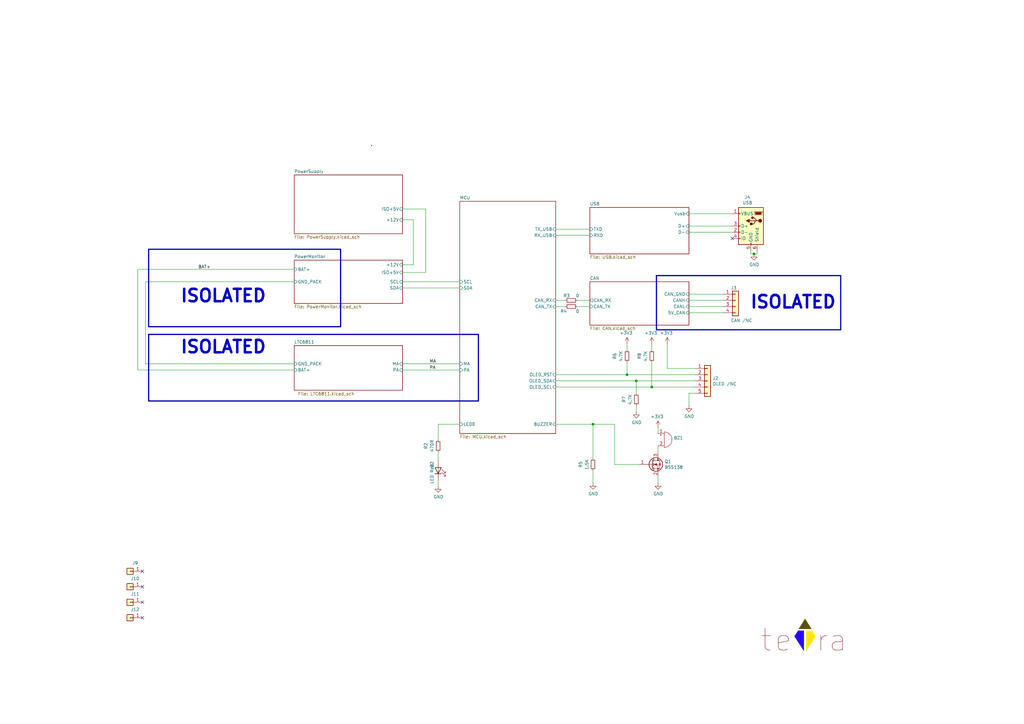
<source format=kicad_sch>
(kicad_sch (version 20231120) (generator "eeschema") (generator_version "8.0")
  (paper "A3")
  (title_block (title "BMS-Master") (date "2023-10-19") (rev "V0.1") (company "teTra"))
  (lib_symbols
    (symbol "Connector:USB_B_Micro" (pin_names (offset 1.016))
      (property "Reference" "J" (at -5.08 11.43 0))
      (property "Value" "USB_B_Micro" (at -5.08 8.89 0))
      (symbol "USB_B_Micro_0_1"
        (rectangle (start -5.08 -7.62) (end 5.08 7.62) (stroke (width 0.254)) (fill (type background)))
        (circle (center -3.81 2.159) (radius 0.635) (stroke (width 0.254)) (fill (type outline)))
        (circle (center -0.635 3.429) (radius 0.381) (stroke (width 0.254)) (fill (type outline)))
        (rectangle (start -0.127 -7.62) (end 0.127 -6.858))
        (polyline (pts (xy -1.905 2.159) (xy 0.635 2.159)) (stroke (width 0.254)))
        (polyline (pts (xy -3.175 2.159) (xy -2.54 2.159) (xy -1.27 3.429) (xy -0.635 3.429)) (stroke (width 0.254)))
        (polyline (pts (xy -2.54 2.159) (xy -1.905 2.159) (xy -1.27 0.889) (xy 0 0.889)) (stroke (width 0.254)))
        (polyline (pts (xy 0.635 2.794) (xy 0.635 1.524) (xy 1.905 2.159) (xy 0.635 2.794)) (stroke (width 0.254)) (fill (type outline)))
        (polyline (pts (xy -4.318 5.588) (xy -1.778 5.588) (xy -2.032 4.826) (xy -4.064 4.826) (xy -4.318 5.588)) (fill (type outline)))
        (polyline (pts (xy -4.699 5.842) (xy -4.699 5.588) (xy -4.445 4.826) (xy -4.445 4.572) (xy -1.651 4.572) (xy -1.651 4.826) (xy -1.397 5.588) (xy -1.397 5.842) (xy -4.699 5.842)))
        (rectangle (start 0.254 1.27) (end -0.508 0.508) (stroke (width 0.254)) (fill (type outline)))
        (rectangle (start 5.08 -5.207) (end 4.318 -4.953))
        (rectangle (start 5.08 -2.667) (end 4.318 -2.413))
        (rectangle (start 5.08 -0.127) (end 4.318 0.127))
        (rectangle (start 5.08 4.953) (end 4.318 5.207))
      )
      (symbol "USB_B_Micro_1_1"
        (pin power_out line (at 7.62 5.08 180) (length 2.54) (name "VBUS") (number "1"))
        (pin bidirectional line (at 7.62 -2.54 180) (length 2.54) (name "D-") (number "2"))
        (pin bidirectional line (at 7.62 0 180) (length 2.54) (name "D+") (number "3"))
        (pin passive line (at 7.62 -5.08 180) (length 2.54) (name "ID") (number "4"))
        (pin power_out line (at 0 -10.16 90) (length 2.54) (name "GND") (number "5"))
        (pin passive line (at -2.54 -10.16 90) (length 2.54) (name "Shield") (number "6"))
      )
    )
    (symbol "Connector_Generic:Conn_01x01" (pin_names (offset 1.016) hide)
      (property "Reference" "J" (at 0 2.54 0))
      (property "Value" "Conn_01x01" (at 0 -2.54 0))
      (symbol "Conn_01x01_1_1"
        (rectangle (start -1.27 0.127) (end 0 -0.127) (stroke (width 0.1524)))
        (rectangle (start -1.27 1.27) (end 1.27 -1.27) (stroke (width 0.254)) (fill (type background)))
        (pin passive line (at -5.08 0 0) (length 3.81) (name "Pin_1") (number "1"))
      )
    )
    (symbol "Connector_Generic:Conn_01x04" (pin_names (offset 1.016) hide)
      (property "Reference" "J" (at 0 5.08 0))
      (property "Value" "Conn_01x04" (at 0 -7.62 0))
      (symbol "Conn_01x04_1_1"
        (rectangle (start -1.27 -4.953) (end 0 -5.207) (stroke (width 0.1524)))
        (rectangle (start -1.27 -2.413) (end 0 -2.667) (stroke (width 0.1524)))
        (rectangle (start -1.27 0.127) (end 0 -0.127) (stroke (width 0.1524)))
        (rectangle (start -1.27 2.667) (end 0 2.413) (stroke (width 0.1524)))
        (rectangle (start -1.27 3.81) (end 1.27 -6.35) (stroke (width 0.254)) (fill (type background)))
        (pin passive line (at -5.08 2.54 0) (length 3.81) (name "Pin_1") (number "1"))
        (pin passive line (at -5.08 0 0) (length 3.81) (name "Pin_2") (number "2"))
        (pin passive line (at -5.08 -2.54 0) (length 3.81) (name "Pin_3") (number "3"))
        (pin passive line (at -5.08 -5.08 0) (length 3.81) (name "Pin_4") (number "4"))
      )
    )
    (symbol "Connector_Generic:Conn_01x05" (pin_names (offset 1.016) hide)
      (property "Reference" "J" (at 0 7.62 0))
      (property "Value" "Conn_01x05" (at 0 -7.62 0))
      (symbol "Conn_01x05_1_1"
        (rectangle (start -1.27 -4.953) (end 0 -5.207) (stroke (width 0.1524)))
        (rectangle (start -1.27 -2.413) (end 0 -2.667) (stroke (width 0.1524)))
        (rectangle (start -1.27 0.127) (end 0 -0.127) (stroke (width 0.1524)))
        (rectangle (start -1.27 2.667) (end 0 2.413) (stroke (width 0.1524)))
        (rectangle (start -1.27 5.207) (end 0 4.953) (stroke (width 0.1524)))
        (rectangle (start -1.27 6.35) (end 1.27 -6.35) (stroke (width 0.254)) (fill (type background)))
        (pin passive line (at -5.08 5.08 0) (length 3.81) (name "Pin_1") (number "1"))
        (pin passive line (at -5.08 2.54 0) (length 3.81) (name "Pin_2") (number "2"))
        (pin passive line (at -5.08 0 0) (length 3.81) (name "Pin_3") (number "3"))
        (pin passive line (at -5.08 -2.54 0) (length 3.81) (name "Pin_4") (number "4"))
        (pin passive line (at -5.08 -5.08 0) (length 3.81) (name "Pin_5") (number "5"))
      )
    )
    (symbol "Device:Buzzer" (pin_names (offset 0.0254) hide)
      (property "Reference" "BZ" (at 3.81 1.27 0))
      (property "Value" "Buzzer" (at 3.81 -1.27 0))
      (symbol "Buzzer_0_1"
        (arc (start 0 -3.175) (mid 3.1612 0) (end 0 3.175))
        (polyline (pts (xy -1.651 1.905) (xy -1.143 1.905)))
        (polyline (pts (xy -1.397 2.159) (xy -1.397 1.651)))
        (polyline (pts (xy 0 3.175) (xy 0 -3.175)))
      )
      (symbol "Buzzer_1_1"
        (pin passive line (at -2.54 2.54 0) (length 2.54) (name "-") (number "1"))
        (pin passive line (at -2.54 -2.54 0) (length 2.54) (name "+") (number "2"))
      )
    )
    (symbol "Device:LED" (pin_numbers hide) (pin_names (offset 1.016) hide)
      (property "Reference" "D" (at -0.762 -2.54 0))
      (property "Value" "LED" (at -0.762 4.318 0))
      (symbol "LED_0_1"
        (polyline (pts (xy 1.27 0) (xy -1.27 0)))
        (polyline (pts (xy 1.27 1.27) (xy 1.27 -1.27)) (stroke (width 0.254)))
        (polyline (pts (xy -1.27 1.27) (xy -1.27 -1.27) (xy 1.27 0) (xy -1.27 1.27)) (stroke (width 0.254)))
        (polyline (pts (xy -0.508 1.524) (xy 1.016 3.048) (xy 0.254 3.048) (xy 1.016 3.048) (xy 1.016 2.286)))
        (polyline (pts (xy 0.762 1.524) (xy 2.286 3.048) (xy 1.524 3.048) (xy 2.286 3.048) (xy 2.286 2.286)))
      )
      (symbol "LED_1_1"
        (pin passive line (at 3.81 0 180) (length 2.54) (name "K") (number "1"))
        (pin passive line (at -3.81 0 0) (length 2.54) (name "A") (number "2"))
      )
    )
    (symbol "Device:R_Small" (pin_numbers hide) (pin_names (offset 0.254) hide)
      (property "Reference" "R" (at 0.762 0.508 0))
      (property "Value" "R_Small" (at 0.762 -1.016 0))
      (symbol "R_Small_0_1"
        (rectangle (start -0.762 1.778) (end 0.762 -1.778) (stroke (width 0.2032)))
      )
      (symbol "R_Small_1_1"
        (pin passive line (at 0 2.54 270) (length 0.762) (name "~") (number "1"))
        (pin passive line (at 0 -2.54 90) (length 0.762) (name "~") (number "2"))
      )
    )
    (symbol "Fiber_Optic:logo" (pin_numbers hide) (pin_names (offset 0) hide)
      (symbol "logo_1_1"
        (polyline (pts (xy 0 7.112) (xy -2.54 3.048) (xy 2.54 3.048) (xy 0 7.112)) (stroke (width 0) (color 88 80 0 1)) (fill (type color) (color 88 80 0 1)))
        (polyline (pts (xy -0.508 2.286) (xy -2.794 2.286) (xy -4.318 0) (xy -0.508 -5.842) (xy -0.508 2.286)) (stroke (width 0) (color 38 9 255 1)) (fill (type color) (color 38 9 255 1)))
        (polyline (pts (xy 0.508 2.286) (xy 2.794 2.286) (xy 4.318 0) (xy 0.508 -5.842) (xy 0.508 2.286)) (stroke (width 0) (color 255 228 16 1)) (fill (type color) (color 255 228 16 1)))
        (text "a" (at 13.462 -1.524 0) (effects (font (size 8.89 8.89))))
        (text "e" (at -8.89 -1.524 0) (effects (font (size 8.89 8.89))))
        (text "r" (at 7.112 -1.524 0) (effects (font (size 8.89 8.89))))
        (text "t" (at -16.002 -1.524 0) (effects (font (size 8.89 8.89))))
      )
    )
    (symbol "Transistor_FET:BSS138" (pin_names hide)
      (property "Reference" "Q" (at 5.08 1.905 0))
      (property "Value" "BSS138" (at 5.08 0 0))
      (symbol "BSS138_0_1"
        (polyline (pts (xy 0.254 0) (xy -2.54 0)))
        (polyline (pts (xy 0.254 1.905) (xy 0.254 -1.905)) (stroke (width 0.254)))
        (polyline (pts (xy 0.762 -1.27) (xy 0.762 -2.286)) (stroke (width 0.254)))
        (polyline (pts (xy 0.762 0.508) (xy 0.762 -0.508)) (stroke (width 0.254)))
        (polyline (pts (xy 0.762 2.286) (xy 0.762 1.27)) (stroke (width 0.254)))
        (polyline (pts (xy 2.54 2.54) (xy 2.54 1.778)))
        (polyline (pts (xy 2.54 -2.54) (xy 2.54 0) (xy 0.762 0)))
        (polyline (pts (xy 0.762 -1.778) (xy 3.302 -1.778) (xy 3.302 1.778) (xy 0.762 1.778)))
        (polyline (pts (xy 1.016 0) (xy 2.032 0.381) (xy 2.032 -0.381) (xy 1.016 0)) (fill (type outline)))
        (polyline (pts (xy 2.794 0.508) (xy 2.921 0.381) (xy 3.683 0.381) (xy 3.81 0.254)))
        (polyline (pts (xy 3.302 0.381) (xy 2.921 -0.254) (xy 3.683 -0.254) (xy 3.302 0.381)))
        (circle (center 1.651 0) (radius 2.794) (stroke (width 0.254)))
        (circle (center 2.54 -1.778) (radius 0.254) (fill (type outline)))
        (circle (center 2.54 1.778) (radius 0.254) (fill (type outline)))
      )
      (symbol "BSS138_1_1"
        (pin input line (at -5.08 0 0) (length 2.54) (name "G") (number "1"))
        (pin passive line (at 2.54 -5.08 90) (length 2.54) (name "S") (number "2"))
        (pin passive line (at 2.54 5.08 270) (length 2.54) (name "D") (number "3"))
      )
    )
    (symbol "power:+3V3" (power) (pin_names (offset 0))
      (property "Value" "+3V3" (at 0 3.556 0))
      (symbol "+3V3_0_1"
        (polyline (pts (xy -0.762 1.27) (xy 0 2.54)))
        (polyline (pts (xy 0 0) (xy 0 2.54)))
        (polyline (pts (xy 0 2.54) (xy 0.762 1.27)))
      )
      (symbol "+3V3_1_1"
        (pin power_in line (at 0 0 90) (length 0) hide (name "+3V3") (number "1"))
      )
    )
    (symbol "power:GND" (power) (pin_names (offset 0))
      (property "Value" "GND" (at 0 -3.81 0))
      (symbol "GND_0_1"
        (polyline (pts (xy 0 0) (xy 0 -1.27) (xy 1.27 -1.27) (xy 0 -2.54) (xy -1.27 -1.27) (xy 0 -1.27)))
      )
      (symbol "GND_1_1"
        (pin power_in line (at 0 0 270) (length 0) hide (name "GND") (number "1"))
      )
    )
  )
  (junction (at 260.985 156.21))
  (junction (at 243.205 173.99))
  (junction (at 267.335 158.75))
  (junction (at 257.175 153.67))
  (junction (at 309.245 104.14))
  (no_connect (at 58.42 240.665))
  (no_connect (at 58.42 247.015))
  (no_connect (at 58.42 234.315))
  (no_connect (at 300.355 97.79))
  (no_connect (at 58.42 253.365))
  (wire (pts (xy 165.1 115.57) (xy 188.595 115.57)))
  (wire (pts (xy 269.875 195.58) (xy 269.875 198.12)))
  (wire (pts (xy 273.685 140.97) (xy 273.685 151.13)))
  (wire (pts (xy 243.205 193.04) (xy 243.205 198.12)))
  (wire (pts (xy 260.985 156.21) (xy 260.985 161.29)))
  (wire (pts (xy 257.175 148.59) (xy 257.175 153.67)))
  (wire (pts (xy 174.625 111.76) (xy 165.1 111.76)))
  (wire (pts (xy 165.1 118.11) (xy 188.595 118.11)))
  (wire (pts (xy 285.115 161.29) (xy 282.575 161.29)))
  (wire (pts (xy 165.1 85.725) (xy 174.625 85.725)))
  (wire (pts (xy 267.335 148.59) (xy 267.335 158.75)))
  (wire (pts (xy 120.65 151.765) (xy 56.515 151.765)))
  (wire (pts (xy 260.985 166.37) (xy 260.985 168.91)))
  (wire (pts (xy 267.335 140.97) (xy 267.335 143.51)))
  (wire (pts (xy 227.965 96.52) (xy 241.935 96.52)))
  (wire (pts (xy 227.965 158.75) (xy 267.335 158.75)))
  (wire (pts (xy 227.965 125.73) (xy 231.775 125.73)))
  (wire (pts (xy 169.545 108.585) (xy 165.1 108.585)))
  (wire (pts (xy 179.705 173.99) (xy 179.705 180.34)))
  (wire (pts (xy 243.205 173.99) (xy 243.205 187.96)))
  (wire (pts (xy 165.1 90.17) (xy 169.545 90.17)))
  (wire (pts (xy 252.095 190.5) (xy 252.095 173.99)))
  (wire (pts (xy 59.69 115.57) (xy 59.69 149.225)))
  (wire (pts (xy 296.545 125.73) (xy 282.575 125.73)))
  (wire (pts (xy 282.575 161.29) (xy 282.575 166.37)))
  (wire (pts (xy 227.965 93.98) (xy 241.935 93.98)))
  (wire (pts (xy 309.245 104.14) (xy 307.975 104.14)))
  (wire (pts (xy 120.65 115.57) (xy 59.69 115.57)))
  (wire (pts (xy 309.245 104.14) (xy 310.515 104.14)))
  (wire (pts (xy 227.965 173.99) (xy 243.205 173.99)))
  (wire (pts (xy 260.985 156.21) (xy 285.115 156.21)))
  (wire (pts (xy 269.875 182.88) (xy 269.875 185.42)))
  (wire (pts (xy 56.515 110.49) (xy 120.65 110.49)))
  (wire (pts (xy 282.575 123.19) (xy 296.545 123.19)))
  (wire (pts (xy 174.625 85.725) (xy 174.625 111.76)))
  (wire (pts (xy 165.1 151.765) (xy 188.595 151.765)))
  (wire (pts (xy 282.575 92.71) (xy 300.355 92.71)))
  (wire (pts (xy 227.965 123.19) (xy 231.775 123.19)))
  (wire (pts (xy 310.515 104.14) (xy 310.515 102.87)))
  (wire (pts (xy 282.575 87.63) (xy 300.355 87.63)))
  (wire (pts (xy 282.575 95.25) (xy 300.355 95.25)))
  (wire (pts (xy 269.875 175.26) (xy 269.875 177.8)))
  (wire (pts (xy 59.69 149.225) (xy 120.65 149.225)))
  (wire (pts (xy 179.705 196.85) (xy 179.705 199.39)))
  (wire (pts (xy 273.685 151.13) (xy 285.115 151.13)))
  (wire (pts (xy 236.855 125.73) (xy 241.935 125.73)))
  (wire (pts (xy 179.705 185.42) (xy 179.705 189.23)))
  (wire (pts (xy 307.975 104.14) (xy 307.975 102.87)))
  (wire (pts (xy 296.545 120.65) (xy 282.575 120.65)))
  (wire (pts (xy 227.965 156.21) (xy 260.985 156.21)))
  (wire (pts (xy 252.095 173.99) (xy 243.205 173.99)))
  (wire (pts (xy 257.175 140.97) (xy 257.175 143.51)))
  (wire (pts (xy 165.1 149.225) (xy 188.595 149.225)))
  (wire (pts (xy 227.965 153.67) (xy 257.175 153.67)))
  (wire (pts (xy 56.515 151.765) (xy 56.515 110.49)))
  (wire (pts (xy 257.175 153.67) (xy 285.115 153.67)))
  (wire (pts (xy 267.335 158.75) (xy 285.115 158.75)))
  (wire (pts (xy 169.545 90.17) (xy 169.545 108.585)))
  (wire (pts (xy 179.705 173.99) (xy 188.595 173.99)))
  (wire (pts (xy 252.095 190.5) (xy 262.255 190.5)))
  (wire (pts (xy 282.575 128.27) (xy 296.545 128.27)))
  (wire (pts (xy 236.855 123.19) (xy 241.935 123.19)))
  (rectangle (start 60.96 102.235) (end 139.7 133.985) (stroke (width 0.5)))
  (rectangle (start 152.4 59.69) (end 152.4 59.69))
  (rectangle (start 152.4 59.69) (end 152.4 59.69))
  (rectangle (start 152.4 59.69) (end 152.4 59.69))
  (rectangle (start 152.4 59.69) (end 152.4 59.69))
  (rectangle (start 152.4 59.69) (end 152.4 59.69))
  (rectangle (start 152.4 59.69) (end 152.4 59.69))
  (rectangle (start 152.4 59.69) (end 152.4 59.69))
  (rectangle (start 152.4 59.69) (end 152.4 59.69))
  (rectangle (start 152.4 59.69) (end 152.4 59.69))
  (rectangle (start 152.4 59.69) (end 152.4 59.69))
  (rectangle (start 152.4 59.69) (end 152.4 59.69))
  (rectangle (start 269.24 113.03) (end 344.805 135.255) (stroke (width 0.5)))
  (rectangle (start 152.4 59.69) (end 152.4 59.69))
  (rectangle (start 152.4 59.69) (end 152.4 59.69))
  (rectangle (start 152.4 59.69) (end 152.4 59.69))
  (rectangle (start 60.96 137.16) (end 196.215 164.465) (stroke (width 0.5)))
  (rectangle (start 152.4 59.69) (end 152.4 59.69))
  (rectangle (start 152.4 59.69) (end 152.4 59.69))
  (text "ISOLATED" (at 73.66 124.46 0) (effects (font (size 5.08 5.08) (thickness 1.016) (bold yes)) (justify left bottom)))
  (text "ISOLATED" (at 73.66 145.415 0) (effects (font (size 5.08 5.08) (thickness 1.016) (bold yes)) (justify left bottom)))
  (text "ISOLATED" (at 307.34 127 0) (effects (font (size 5.08 5.08) (thickness 1.016) (bold yes)) (justify left bottom)))
  (label "BAT+" (at 81.28 110.49 0))
  (label "PA" (at 176.149 151.765 0))
  (label "MA" (at 176.149 149.225 0))
  (symbol (lib_id "Connector:USB_B_Micro") (at 307.975 92.71 0) (mirror y) (unit 1)
    (property "Reference" "J4" (at 306.5526 80.8482 0))
    (property "Value" "USB" (at 306.5526 83.1596 0))
    (property "Footprint" "Connector_USB:Micro_USB_B-2013499-1" (effects (hide yes)))
    (property "Description" "USB - micro B USB 2.0 Receptacle Connector 5 Position Surface Mount, Right Angle; Through Hole" (effects (hide yes)))
    (property "MPN" "2013499-1" (effects (hide yes)))
    (property "Link" "https://www.digikey.jp/en/products/detail/te-connectivity-amp-connectors/2013499-1/4021843?s=N4IgTCBcDa4AwEYDMAWAnGgtAkBdAvkA" (effects (hide yes)))
  )
  (symbol (lib_id "power:GND") (at 309.245 104.14 0) (unit 1)
    (property "Reference" "#PWR015" (effects (hide yes)))
    (property "Value" "GND" (at 309.372 108.5342 0))
  )
  (symbol (lib_id "Device:R_Small") (at 179.705 182.88 180) (unit 1)
    (property "Reference" "R2" (at 174.625 182.88 90))
    (property "Value" "470R" (at 177.165 182.88 90))
    (property "Footprint" "Resistor_SMD:R_0603_1608Metric" (effects (hide yes)))
    (property "Datasheet" "https://www.yageo.com/upload/media/product/products/datasheet/rchip/PYu-RC_Group_51_RoHS_L_12.pdf" (effects (hide yes)))
    (property "Description" "470 Ohms ±5% 0.1W, 1/10W Chip Resistor 0603 (1608 Metric) Moisture Resistant Thick Film" (effects (hide yes)))
    (property "MPN" "RC0603JR-07470RL" (effects (hide yes)))
    (property "Link" "https://www.digikey.jp/en/products/detail/yageo/RC0603JR-07470RL/726791?s=N4IgTCBcDaIEoGEAMA2JBmAUnAtEg7ACz5JwAyIAugL5A" (effects (hide yes)))
  )
  (symbol (lib_id "power:GND") (at 179.705 199.39 0) (unit 1)
    (property "Reference" "#PWR06" (effects (hide yes)))
    (property "Value" "GND" (at 179.832 203.7842 0))
  )
  (symbol (lib_id "Device:R_Small") (at 243.205 190.5 180) (unit 1)
    (property "Reference" "R5" (at 238.125 190.5 90))
    (property "Value" "1.5K" (at 240.665 190.5 90))
    (property "Footprint" "Resistor_SMD:R_0603_1608Metric" (effects (hide yes)))
    (property "Datasheet" "https://www.yageo.com/upload/media/product/products/datasheet/rchip/PYu-RC_Group_51_RoHS_L_12.pdf" (effects (hide yes)))
    (property "Description" "1.5 kOhms ±5% 0.1W, 1/10W Chip Resistor 0603 (1608 Metric) Moisture Resistant Thick Film" (effects (hide yes)))
    (property "MPN" "RC0603JR-071K5L" (effects (hide yes)))
    (property "Link" "https://www.digikey.jp/en/products/detail/yageo/RC0603JR-071K5L/726689?s=N4IgTCBcDaIEoGEAMA2JBmAUnAtEg7AIwDSArADIgC6AvkA" (effects (hide yes)))
  )
  (symbol (lib_id "power:GND") (at 243.205 198.12 0) (unit 1)
    (property "Reference" "#PWR07" (effects (hide yes)))
    (property "Value" "GND" (at 243.332 202.5142 0))
  )
  (symbol (lib_id "Device:Buzzer") (at 272.415 180.34 0) (unit 1)
    (property "Reference" "BZ1" (at 276.3012 179.6034 0) (effects (justify left)))
    (property "Value" "AI-1027-TWT-5V" (effects (hide yes)))
    (property "Footprint" "Buzzer_Beeper:Beeper_AI-1027-TWT-5V" (effects (hide yes)))
    (property "Datasheet" "https://www.puiaudio.com/media/SpecSheet/AI-1027-TWT-5V-2-R.pdf" (effects (hide yes)))
    (property "Description" "Buzzers Indicator, Internally Driven Electromechanical/Magnetic 5 V 30mA 2.73kHz 82dB @ 5V, 10cm Through Hole PC Pins" (effects (hide yes)))
    (property "MPN" "AI-1027-TWT-5V-2-R " (effects (hide yes)))
    (property "Link" "https://www.digikey.jp/en/products/detail/pui-audio-inc/AI-1027-TWT-5V-2-R/5011389?s=N4IgTCBcDaIIIEkC0BGADGA7EgKgdRyQFYA1JMJAJQAIQBdAXyA" (effects (hide yes)))
  )
  (symbol (lib_id "power:GND") (at 269.875 198.12 0) (unit 1)
    (property "Reference" "#PWR012" (effects (hide yes)))
    (property "Value" "GND" (at 270.002 202.5142 0))
  )
  (symbol (lib_id "Transistor_FET:BSS138") (at 267.335 190.5 0) (unit 1)
    (property "Reference" "Q1" (at 272.5674 189.3316 0) (effects (justify left)))
    (property "Value" "BSS138" (at 272.5674 191.643 0) (effects (justify left)))
    (property "Footprint" "Package_TO_SOT_SMD:SOT-23" (effects (hide yes)))
    (property "Datasheet" "https://mm.digikey.com/Volume0/opasdata/d220001/medias/docus/3037/BSS138.pdf" (effects (hide yes)))
    (property "Description" "N-Channel 50 V 220mA (Ta) 350mW (Ta) Surface Mount SOT-23" (effects (hide yes)))
    (property "MPN" "BSS138" (effects (hide yes)))
    (property "Link" "https://www.digikey.jp/en/products/detail/anbon-semiconductor-int-l-limited/BSS138/16708474" (effects (hide yes)))
  )
  (symbol (lib_id "Connector_Generic:Conn_01x05") (at 290.195 156.21 0) (unit 1)
    (property "Reference" "J2" (at 292.227 155.1432 0) (effects (justify left)))
    (property "Value" "OLED /NC" (at 292.227 157.4546 0) (effects (justify left)))
    (property "Footprint" "Connector_PinHeader_2.54mm:PinHeader_1x05_P2.54mm_Vertical" (effects (hide yes)))
    (property "Description" "Connector Header Through Hole 5 position 0.100\" (2.54mm)" (effects (hide yes)))
    (property "MPN" "G800W303018EU" (effects (hide yes)))
    (property "Link" "https://www.digikey.jp/en/products/detail/amphenol-cs-commercial-products/G800W303018EU/13683004" (effects (hide yes)))
  )
  (symbol (lib_id "power:GND") (at 282.575 166.37 0) (unit 1)
    (property "Reference" "#PWR014" (effects (hide yes)))
    (property "Value" "GND" (at 282.702 170.7642 0))
  )
  (symbol (lib_id "Device:R_Small") (at 267.335 146.05 180) (unit 1)
    (property "Reference" "R8" (at 262.255 146.05 90))
    (property "Value" "4.7K" (at 264.795 146.05 90))
    (property "Footprint" "Resistor_SMD:R_0603_1608Metric" (effects (hide yes)))
    (property "Datasheet" "https://www.yageo.com/upload/media/product/products/datasheet/rchip/PYu-RC_Group_51_RoHS_L_12.pdf" (effects (hide yes)))
    (property "Description" "4.7 kOhms ±5% 0.1W, 1/10W Chip Resistor 0603 (1608 Metric) Moisture Resistant Thick Film" (effects (hide yes)))
    (property "MPN" "RC0603JR-074K7L" (effects (hide yes)))
    (property "Link" "https://www.digikey.jp/en/products/detail/yageo/RC0603JR-074K7L/726785?s=N4IgTCBcDaIEoGEAMA2JBmAUnAtEg7ACwDS%2BAMiALoC%2BQA" (effects (hide yes)))
  )
  (symbol (lib_id "Device:R_Small") (at 257.175 146.05 180) (unit 1)
    (property "Reference" "R6" (at 252.095 146.05 90))
    (property "Value" "4.7K" (at 254.635 146.05 90))
    (property "Footprint" "Resistor_SMD:R_0603_1608Metric" (effects (hide yes)))
    (property "Datasheet" "https://www.yageo.com/upload/media/product/products/datasheet/rchip/PYu-RC_Group_51_RoHS_L_12.pdf" (effects (hide yes)))
    (property "Description" "4.7 kOhms ±5% 0.1W, 1/10W Chip Resistor 0603 (1608 Metric) Moisture Resistant Thick Film" (effects (hide yes)))
    (property "MPN" "RC0603JR-074K7L" (effects (hide yes)))
    (property "Link" "https://www.digikey.jp/en/products/detail/yageo/RC0603JR-074K7L/726785?s=N4IgTCBcDaIEoGEAMA2JBmAUnAtEg7ACwDS%2BAMiALoC%2BQA" (effects (hide yes)))
  )
  (symbol (lib_id "Device:R_Small") (at 260.985 163.83 180) (unit 1)
    (property "Reference" "R7" (at 255.905 163.83 90))
    (property "Value" "4.7K" (at 258.445 163.83 90))
    (property "Footprint" "Resistor_SMD:R_0603_1608Metric" (effects (hide yes)))
    (property "Datasheet" "https://www.yageo.com/upload/media/product/products/datasheet/rchip/PYu-RC_Group_51_RoHS_L_12.pdf" (effects (hide yes)))
    (property "Description" "4.7 kOhms ±5% 0.1W, 1/10W Chip Resistor 0603 (1608 Metric) Moisture Resistant Thick Film" (effects (hide yes)))
    (property "MPN" "RC0603JR-074K7L" (effects (hide yes)))
    (property "Link" "https://www.digikey.jp/en/products/detail/yageo/RC0603JR-074K7L/726785?s=N4IgTCBcDaIEoGEAMA2JBmAUnAtEg7ACwDS%2BAMiALoC%2BQA" (effects (hide yes)))
  )
  (symbol (lib_id "power:GND") (at 260.985 168.91 0) (unit 1)
    (property "Reference" "#PWR09" (effects (hide yes)))
    (property "Value" "GND" (at 261.112 173.3042 0))
  )
  (symbol (lib_id "Connector_Generic:Conn_01x01") (at 53.34 234.315 180) (unit 1)
    (property "Reference" "J9" (at 55.4228 230.9368 0))
    (property "Value" "Hole /NC" (effects (hide yes)))
    (property "Footprint" "MountingHole:MountingHole_3.2mm_M3_ISO7380_Pad" (effects (hide yes)))
    (property "MPN" "N/A" (effects (hide yes)))
  )
  (symbol (lib_id "power:+3V3") (at 269.875 175.26 0) (mirror y) (unit 1)
    (property "Reference" "#PWR011" (effects (hide yes)))
    (property "Value" "+3V3" (at 269.494 170.8658 0))
  )
  (symbol (lib_id "Device:R_Small") (at 234.315 125.73 90) (unit 1)
    (property "Reference" "R4" (at 231.14 127.635 90))
    (property "Value" "0" (at 236.855 127.635 90))
    (property "Footprint" "Resistor_SMD:R_0603_1608Metric" (effects (hide yes)))
    (property "Datasheet" "https://www.yageo.com/upload/media/product/products/datasheet/rchip/PYu-RC_Group_51_RoHS_L_12.pdf" (effects (hide yes)))
    (property "Description" "0 Ohms Jumper Chip Resistor 0603 (1608 Metric) Moisture Resistant Thick Film" (effects (hide yes)))
    (property "MPN" "RC0603JR-070RL" (effects (hide yes)))
    (property "Link" "https://www.digikey.jp/en/products/detail/yageo/RC0603JR-070RL/726675?s=N4IgTCBcDaIEoGEAMA2JBmAUnAtEg7EnADIgC6AvkA" (effects (hide yes)))
  )
  (symbol (lib_id "power:+3V3") (at 257.175 140.97 0) (mirror y) (unit 1)
    (property "Reference" "#PWR013" (effects (hide yes)))
    (property "Value" "+3V3" (at 256.794 136.5758 0))
  )
  (symbol (lib_id "Connector_Generic:Conn_01x01") (at 53.34 240.665 180) (unit 1)
    (property "Reference" "J10" (at 55.4228 237.2868 0))
    (property "Value" "Hole /NC" (effects (hide yes)))
    (property "Footprint" "MountingHole:MountingHole_3.2mm_M3_ISO7380_Pad" (effects (hide yes)))
    (property "MPN" "N/A" (effects (hide yes)))
  )
  (symbol (lib_id "Connector_Generic:Conn_01x01") (at 53.34 247.015 180) (unit 1)
    (property "Reference" "J11" (at 55.4228 243.6368 0))
    (property "Value" "Hole /NC" (effects (hide yes)))
    (property "Footprint" "MountingHole:MountingHole_3.2mm_M3_ISO7380_Pad" (effects (hide yes)))
    (property "MPN" "N/A" (effects (hide yes)))
  )
  (symbol (lib_id "Connector_Generic:Conn_01x01") (at 53.34 253.365 180) (unit 1)
    (property "Reference" "J12" (at 55.4228 249.9868 0))
    (property "Value" "Hole /NC" (effects (hide yes)))
    (property "Footprint" "MountingHole:MountingHole_3.2mm_M3_ISO7380_Pad" (effects (hide yes)))
    (property "MPN" "N/A" (effects (hide yes)))
  )
  (symbol (lib_id "Device:LED") (at 179.705 193.04 270) (unit 1)
    (property "Reference" "D2" (at 177.165 190.5 0))
    (property "Value" "LED Red" (at 177.165 194.31 0))
    (property "Footprint" "LED_SMD:LED_0603_1608Metric" (effects (hide yes)))
    (property "Datasheet" "https://optoelectronics.liteon.com/upload/download/DS-22-99-0151/LTST-C190KRKT.pdf" (effects (hide yes)))
    (property "Description" "Red 631nm LED Indication - Discrete 2V 0603 (1608 Metric)" (effects (hide yes)))
    (property "Link" "https://www.digikey.jp/en/products/detail/liteon/LTST-C190KRKT/386817" (effects (hide yes)))
    (property "MPN" "LTST-C190KRKT" (effects (hide yes)))
  )
  (symbol (lib_id "power:+3V3") (at 273.685 140.97 0) (mirror y) (unit 1)
    (property "Reference" "#PWR08" (effects (hide yes)))
    (property "Value" "+3V3" (at 273.304 136.5758 0))
  )
  (symbol (lib_id "Connector_Generic:Conn_01x04") (at 301.625 123.19 0) (unit 1)
    (property "Reference" "J3" (at 299.72 118.11 0) (effects (justify left)))
    (property "Value" "CAN /NC" (at 299.72 131.445 0) (effects (justify left)))
    (property "Footprint" "Connector_PinHeader_2.54mm:PinHeader_1x04_P2.54mm_Vertical" (effects (hide yes)))
    (property "Datasheet" "https://cdn.amphenol-cs.com/media/wysiwyg/files/drawing/g800wxxxxxxeu_1.pdf" (effects (hide yes)))
    (property "Description" "Connector Header Through Hole 4 position 0.100\" (2.54mm)" (effects (hide yes)))
    (property "Link" "https://www.digikey.jp/en/products/detail/amphenol-cs-commercial-products/G800W304018EU/13682993" (effects (hide yes)))
    (property "MPN" "G800W304018EU" (effects (hide yes)))
  )
  (symbol (lib_id "Device:R_Small") (at 234.315 123.19 90) (unit 1)
    (property "Reference" "R3" (at 232.41 121.285 90))
    (property "Value" "0" (at 236.855 121.285 90))
    (property "Footprint" "Resistor_SMD:R_0603_1608Metric" (effects (hide yes)))
    (property "Datasheet" "https://www.yageo.com/upload/media/product/products/datasheet/rchip/PYu-RC_Group_51_RoHS_L_12.pdf" (effects (hide yes)))
    (property "Description" "0 Ohms Jumper Chip Resistor 0603 (1608 Metric) Moisture Resistant Thick Film" (effects (hide yes)))
    (property "MPN" "RC0603JR-070RL" (effects (hide yes)))
    (property "Link" "https://www.digikey.jp/en/products/detail/yageo/RC0603JR-070RL/726675?s=N4IgTCBcDaIEoGEAMA2JBmAUnAtEg7EnADIgC6AvkA" (effects (hide yes)))
  )
  (symbol (lib_id "power:+3V3") (at 267.335 140.97 0) (mirror y) (unit 1)
    (property "Reference" "#PWR010" (effects (hide yes)))
    (property "Value" "+3V3" (at 266.954 136.5758 0))
  )
  (symbol (lib_id "Fiber_Optic:logo") (at 330.2 260.985 0) (unit 1)
    (property "Reference" "LOGO1" (effects (hide yes)))
    (property "Value" "teTra /NC" (effects (hide yes)))
    (property "Footprint" "Symbol:teTra-LOGO" (effects (hide yes)))
  )
  (sheet (at 241.935 115.57) (size 40.64 17.78)
    (property "Sheetname" "CAN" (at 241.935 114.8584 0) (effects (justify left bottom)))
    (property "Sheetfile" "CAN.kicad_sch" (at 241.935 133.9346 0) (effects (justify left top)))
    (pin "CAN_RX" output (at 241.935 123.19 180))
    (pin "CAN_TX" input (at 241.935 125.73 180))
    (pin "CANH" input (at 282.575 123.19 0))
    (pin "CANL" input (at 282.575 125.73 0))
    (pin "5V_CAN" input (at 282.575 128.27 0))
    (pin "CAN_GND" input (at 282.575 120.65 0))
  )
  (sheet (at 188.595 82.55) (size 39.37 95.25)
    (property "Sheetname" "MCU" (at 188.595 81.8384 0) (effects (justify left bottom)))
    (property "Sheetfile" "MCU.kicad_sch" (at 188.595 178.3846 0) (effects (justify left top)))
    (pin "LED0" input (at 188.595 173.99 180))
    (pin "CAN_RX" input (at 227.965 123.19 0))
    (pin "CAN_TX" input (at 227.965 125.73 0))
    (pin "BUZZER" input (at 227.965 173.99 0))
    (pin "TX_USB" input (at 227.965 93.98 0))
    (pin "RX_USB" input (at 227.965 96.52 0))
    (pin "SCL" input (at 188.595 115.57 180))
    (pin "SDA" input (at 188.595 118.11 180))
    (pin "OLED_SCL" input (at 227.965 158.75 0))
    (pin "OLED_SDA" input (at 227.965 156.21 0))
    (pin "OLED_RST" input (at 227.965 153.67 0))
    (pin "MA" input (at 188.595 149.225 180))
    (pin "PA" input (at 188.595 151.765 180))
  )
  (sheet (at 120.65 71.755) (size 44.45 24.13)
    (property "Sheetname" "PowerSupply" (at 120.65 71.0434 0) (effects (justify left bottom)))
    (property "Sheetfile" "PowerSupply.kicad_sch" (at 120.65 96.4696 0) (effects (justify left top)))
    (pin "ISO+5V" input (at 165.1 85.725 0))
    (pin "+12V" input (at 165.1 90.17 0))
  )
  (sheet (at 241.935 85.09) (size 40.64 19.05)
    (property "Sheetname" "USB" (at 241.935 84.3784 0) (effects (justify left bottom)))
    (property "Sheetfile" "USB.kicad_sch" (at 241.935 104.7246 0) (effects (justify left top)))
    (pin "RXD" input (at 241.935 96.52 180))
    (pin "TXD" input (at 241.935 93.98 180))
    (pin "D-" input (at 282.575 95.25 0))
    (pin "D+" input (at 282.575 92.71 0))
    (pin "Vusb" input (at 282.575 87.63 0))
  )
  (sheet (at 120.65 106.68) (size 44.45 17.78)
    (property "Sheetname" "PowerMonitor" (at 120.65 105.9684 0) (effects (justify left bottom)))
    (property "Sheetfile" "PowerMonitor.kicad_sch" (at 120.65 125.0446 0) (effects (justify left top)))
    (pin "SCL" input (at 165.1 115.57 0))
    (pin "SDA" input (at 165.1 118.11 0))
    (pin "GND_PACK" input (at 120.65 115.57 180))
    (pin "ISO+5V" input (at 165.1 111.76 0))
    (pin "+12V" input (at 165.1 108.585 0))
    (pin "BAT+" input (at 120.65 110.49 180))
  )
  (sheet (at 120.65 141.732) (size 44.45 18.288) (stroke (width 0.1524))
    (property "Sheetname" "LTC6811" (at 120.65 141.0204 0) (effects (justify left bottom)))
    (property "Sheetfile" "LTC6811.kicad_sch" (at 122.174 160.782 0) (effects (justify left top)))
    (pin "MA" input (at 165.1 149.225 0))
    (pin "PA" input (at 165.1 151.765 0))
    (pin "GND_PACK" input (at 120.65 149.225 180))
    (pin "BAT+" input (at 120.65 151.765 180))
  )
)
</source>
